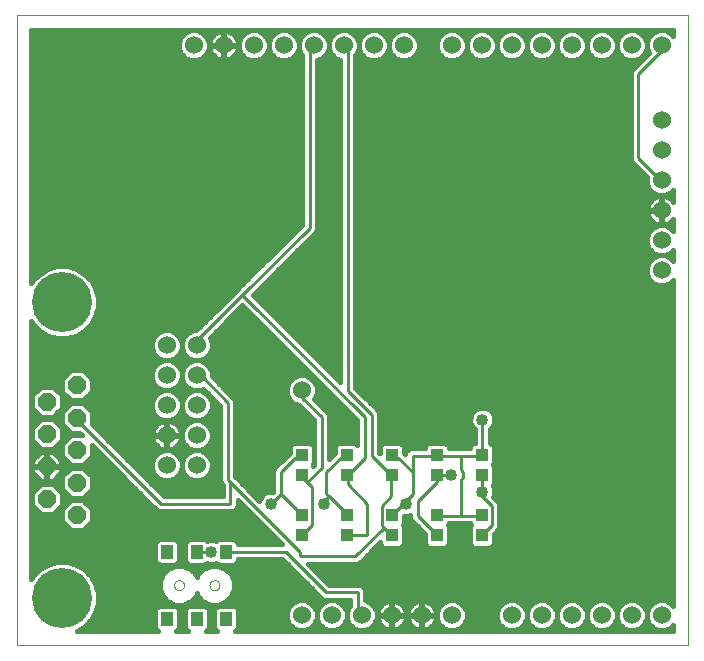
<source format=gtl>
G75*
G70*
%OFA0B0*%
%FSLAX24Y24*%
%IPPOS*%
%LPD*%
%AMOC8*
5,1,8,0,0,1.08239X$1,22.5*
%
%ADD10C,0.0000*%
%ADD11OC8,0.0600*%
%ADD12C,0.2000*%
%ADD13C,0.0600*%
%ADD14R,0.0394X0.0433*%
%ADD15R,0.0394X0.0453*%
%ADD16C,0.0100*%
%ADD17C,0.0400*%
%ADD18C,0.0160*%
D10*
X005705Y000554D02*
X005705Y021550D01*
X028075Y021550D01*
X028075Y000554D01*
X005705Y000554D01*
X010947Y002554D02*
X010949Y002579D01*
X010955Y002604D01*
X010964Y002628D01*
X010977Y002650D01*
X010994Y002670D01*
X011013Y002687D01*
X011034Y002701D01*
X011058Y002711D01*
X011082Y002718D01*
X011108Y002721D01*
X011133Y002720D01*
X011158Y002715D01*
X011182Y002706D01*
X011205Y002694D01*
X011225Y002679D01*
X011243Y002660D01*
X011258Y002639D01*
X011269Y002616D01*
X011277Y002592D01*
X011281Y002567D01*
X011281Y002541D01*
X011277Y002516D01*
X011269Y002492D01*
X011258Y002469D01*
X011243Y002448D01*
X011225Y002429D01*
X011205Y002414D01*
X011182Y002402D01*
X011158Y002393D01*
X011133Y002388D01*
X011108Y002387D01*
X011082Y002390D01*
X011058Y002397D01*
X011034Y002407D01*
X011013Y002421D01*
X010994Y002438D01*
X010977Y002458D01*
X010964Y002480D01*
X010955Y002504D01*
X010949Y002529D01*
X010947Y002554D01*
X012128Y002554D02*
X012130Y002579D01*
X012136Y002604D01*
X012145Y002628D01*
X012158Y002650D01*
X012175Y002670D01*
X012194Y002687D01*
X012215Y002701D01*
X012239Y002711D01*
X012263Y002718D01*
X012289Y002721D01*
X012314Y002720D01*
X012339Y002715D01*
X012363Y002706D01*
X012386Y002694D01*
X012406Y002679D01*
X012424Y002660D01*
X012439Y002639D01*
X012450Y002616D01*
X012458Y002592D01*
X012462Y002567D01*
X012462Y002541D01*
X012458Y002516D01*
X012450Y002492D01*
X012439Y002469D01*
X012424Y002448D01*
X012406Y002429D01*
X012386Y002414D01*
X012363Y002402D01*
X012339Y002393D01*
X012314Y002388D01*
X012289Y002387D01*
X012263Y002390D01*
X012239Y002397D01*
X012215Y002407D01*
X012194Y002421D01*
X012175Y002438D01*
X012158Y002458D01*
X012145Y002480D01*
X012136Y002504D01*
X012130Y002529D01*
X012128Y002554D01*
D11*
X007705Y004894D03*
X006705Y005434D03*
X007705Y005974D03*
X006705Y006514D03*
X007705Y007054D03*
X006705Y007594D03*
X007705Y008134D03*
X006705Y008674D03*
X007705Y009214D03*
D12*
X007205Y011984D03*
X007205Y002124D03*
D13*
X010705Y006554D03*
X011705Y006554D03*
X011705Y007554D03*
X010705Y007554D03*
X010705Y008554D03*
X011705Y008554D03*
X011705Y009554D03*
X010705Y009554D03*
X010705Y010554D03*
X011705Y010554D03*
X015205Y009054D03*
X015205Y001554D03*
X016205Y001554D03*
X017205Y001554D03*
X018205Y001554D03*
X019205Y001554D03*
X020205Y001554D03*
X022205Y001554D03*
X023205Y001554D03*
X024205Y001554D03*
X025205Y001554D03*
X026205Y001554D03*
X027205Y001554D03*
X027205Y013054D03*
X027205Y014054D03*
X027205Y015054D03*
X027205Y016054D03*
X027205Y017054D03*
X027205Y018054D03*
X027205Y020554D03*
X026205Y020554D03*
X025205Y020554D03*
X024205Y020554D03*
X023205Y020554D03*
X022205Y020554D03*
X021205Y020554D03*
X020205Y020554D03*
X018605Y020554D03*
X017605Y020554D03*
X016605Y020554D03*
X015605Y020554D03*
X014605Y020554D03*
X013605Y020554D03*
X012605Y020554D03*
X011605Y020554D03*
D14*
X015205Y006889D03*
X015205Y006220D03*
X015205Y004889D03*
X015205Y004220D03*
X016705Y004220D03*
X016705Y004889D03*
X018205Y004889D03*
X018205Y004220D03*
X019705Y004220D03*
X019705Y004889D03*
X021205Y004889D03*
X021205Y004220D03*
X021205Y006220D03*
X021205Y006889D03*
X019705Y006889D03*
X019705Y006220D03*
X018205Y006220D03*
X018205Y006889D03*
X016705Y006889D03*
X016705Y006220D03*
D15*
X012689Y003667D03*
X011705Y003667D03*
X010720Y003667D03*
X010720Y001442D03*
X011705Y001442D03*
X012689Y001442D03*
D16*
X015145Y003514D02*
X015145Y003674D01*
X012825Y005994D01*
X012825Y005274D01*
X010505Y005274D01*
X007705Y008074D01*
X007705Y008134D01*
X011705Y009514D02*
X011705Y009554D01*
X011705Y009514D02*
X011865Y009514D01*
X012745Y008634D01*
X012745Y006074D01*
X012825Y005994D01*
X014185Y005274D02*
X014505Y005594D01*
X014505Y006314D01*
X014985Y006794D01*
X015145Y006794D01*
X015145Y006874D01*
X015205Y006889D01*
X015205Y006220D02*
X015225Y006154D01*
X015385Y005994D01*
X015865Y006474D01*
X015865Y008154D01*
X015225Y008794D01*
X015225Y009034D01*
X015205Y009054D01*
X016745Y009034D02*
X017545Y008234D01*
X017545Y006874D01*
X018185Y006234D01*
X018205Y006220D01*
X018185Y006154D01*
X018185Y005514D01*
X017865Y005194D01*
X017865Y004554D01*
X017945Y004474D01*
X016985Y003514D01*
X015145Y003514D01*
X014665Y003674D02*
X016025Y002314D01*
X017065Y002314D01*
X017065Y001674D01*
X017145Y001594D01*
X017205Y001554D01*
X014665Y003674D02*
X012745Y003674D01*
X012689Y003667D01*
X012185Y003674D02*
X011705Y003674D01*
X011705Y003667D01*
X014505Y005594D02*
X015145Y004954D01*
X015205Y004889D01*
X015545Y004554D02*
X015545Y005834D01*
X015385Y005994D01*
X016025Y006314D02*
X016025Y005594D01*
X016105Y005514D01*
X015945Y005354D01*
X015945Y005274D01*
X016105Y005514D02*
X016665Y004954D01*
X016705Y004889D01*
X017385Y005274D02*
X016745Y005914D01*
X016745Y006154D01*
X016705Y006220D01*
X016745Y006234D01*
X017305Y006794D01*
X017305Y008154D01*
X013225Y012234D01*
X015465Y014474D01*
X015465Y020474D01*
X015545Y020554D01*
X015605Y020554D01*
X016605Y020554D02*
X016665Y020554D01*
X016745Y020474D01*
X016745Y009034D01*
X016665Y006954D02*
X016705Y006889D01*
X016665Y006954D02*
X016025Y006314D01*
X017385Y005274D02*
X017385Y004234D01*
X016745Y004234D01*
X016705Y004220D01*
X015545Y004554D02*
X015225Y004234D01*
X015205Y004220D01*
X017945Y004474D02*
X018185Y004234D01*
X018205Y004220D01*
X018205Y004889D02*
X018265Y004954D01*
X018585Y005274D01*
X018665Y005274D01*
X018585Y005274D02*
X018905Y005594D01*
X018905Y006314D01*
X018905Y006874D01*
X019705Y006874D01*
X019705Y006889D01*
X019705Y006874D02*
X020505Y006874D01*
X020505Y006394D01*
X020585Y006314D01*
X020585Y006154D01*
X020505Y006074D01*
X020505Y004874D01*
X019705Y004874D01*
X019705Y004889D01*
X019065Y004874D02*
X019065Y005354D01*
X019705Y005994D01*
X019705Y006220D01*
X019705Y006234D01*
X020185Y006234D01*
X020505Y006874D02*
X021145Y006874D01*
X021205Y006889D01*
X021225Y006954D01*
X021225Y008074D01*
X021205Y006220D02*
X021225Y006154D01*
X021225Y005674D01*
X021225Y005514D01*
X021545Y005194D01*
X021545Y004554D01*
X021225Y004234D01*
X021205Y004220D01*
X021145Y004874D02*
X020505Y004874D01*
X021145Y004874D02*
X021205Y004889D01*
X019705Y004234D02*
X019705Y004220D01*
X019705Y004234D02*
X019065Y004874D01*
X018905Y006314D02*
X018425Y006794D01*
X018265Y006794D01*
X018265Y006874D01*
X018205Y006889D01*
X013225Y012234D02*
X011705Y010714D01*
X011705Y010554D01*
X026425Y016794D02*
X026425Y019594D01*
X027145Y020314D01*
X027145Y020554D01*
X027205Y020554D01*
X026425Y016794D02*
X027145Y016074D01*
X027205Y016054D01*
D17*
X021225Y008074D03*
X020185Y006234D03*
X021225Y005674D03*
X018665Y005274D03*
X015945Y005274D03*
X014185Y005274D03*
X012185Y003674D03*
D18*
X012342Y003307D02*
X012409Y003240D01*
X012969Y003240D01*
X013086Y003357D01*
X013086Y003424D01*
X014561Y003424D01*
X015813Y002173D01*
X015883Y002102D01*
X015975Y002064D01*
X016815Y002064D01*
X016815Y001871D01*
X016781Y001838D01*
X016705Y001654D01*
X016705Y001455D01*
X016781Y001271D01*
X016921Y001130D01*
X017105Y001054D01*
X017304Y001054D01*
X017488Y001130D01*
X017628Y001271D01*
X017705Y001455D01*
X017705Y001654D01*
X017628Y001838D01*
X017488Y001978D01*
X017315Y002050D01*
X017315Y002364D01*
X017276Y002456D01*
X017206Y002526D01*
X017114Y002564D01*
X017015Y002564D01*
X016128Y002564D01*
X015428Y003264D01*
X017034Y003264D01*
X017126Y003302D01*
X017196Y003373D01*
X017808Y003984D01*
X017808Y003920D01*
X017925Y003803D01*
X018484Y003803D01*
X018601Y003920D01*
X018601Y004519D01*
X018566Y004554D01*
X018601Y004590D01*
X018601Y004874D01*
X018744Y004874D01*
X018815Y004904D01*
X018815Y004825D01*
X018853Y004733D01*
X018923Y004662D01*
X019308Y004278D01*
X019308Y003920D01*
X019425Y003803D01*
X019984Y003803D01*
X020101Y003920D01*
X020101Y004519D01*
X020066Y004554D01*
X020101Y004590D01*
X020101Y004624D01*
X020554Y004624D01*
X020808Y004624D01*
X020808Y004590D01*
X020843Y004554D01*
X020808Y004519D01*
X020808Y003920D01*
X020925Y003803D01*
X021484Y003803D01*
X021601Y003920D01*
X021601Y004258D01*
X021686Y004342D01*
X021756Y004413D01*
X021795Y004505D01*
X021795Y005145D01*
X021795Y005244D01*
X021756Y005336D01*
X021587Y005505D01*
X021625Y005595D01*
X021625Y005754D01*
X021569Y005888D01*
X021601Y005920D01*
X021601Y006519D01*
X021566Y006554D01*
X021601Y006590D01*
X021601Y007188D01*
X021484Y007305D01*
X021475Y007305D01*
X021475Y007759D01*
X021564Y007848D01*
X021625Y007995D01*
X021625Y008154D01*
X021564Y008301D01*
X021451Y008413D01*
X021304Y008474D01*
X021145Y008474D01*
X020998Y008413D01*
X020885Y008301D01*
X020825Y008154D01*
X020825Y007995D01*
X020885Y007848D01*
X020975Y007759D01*
X020975Y007305D01*
X020925Y007305D01*
X020808Y007188D01*
X020808Y007124D01*
X020554Y007124D01*
X020455Y007124D01*
X020101Y007124D01*
X020101Y007188D01*
X019984Y007305D01*
X019425Y007305D01*
X019308Y007188D01*
X019308Y007124D01*
X018954Y007124D01*
X018855Y007124D01*
X018763Y007086D01*
X018693Y007016D01*
X018655Y006924D01*
X018655Y006918D01*
X018636Y006936D01*
X018601Y006971D01*
X018601Y007188D01*
X018484Y007305D01*
X017925Y007305D01*
X017808Y007188D01*
X017808Y006965D01*
X017795Y006978D01*
X017795Y008284D01*
X017756Y008376D01*
X017686Y008446D01*
X016995Y009138D01*
X016995Y020237D01*
X017028Y020271D01*
X017105Y020455D01*
X017181Y020271D01*
X017321Y020130D01*
X017505Y020054D01*
X017704Y020054D01*
X017888Y020130D01*
X018028Y020271D01*
X018105Y020455D01*
X018181Y020271D01*
X018321Y020130D01*
X018505Y020054D01*
X018704Y020054D01*
X018888Y020130D01*
X019028Y020271D01*
X019105Y020455D01*
X019105Y020654D01*
X019028Y020838D01*
X018888Y020978D01*
X018704Y021054D01*
X018505Y021054D01*
X018321Y020978D01*
X018181Y020838D01*
X018105Y020654D01*
X018105Y020455D01*
X018105Y020654D01*
X018028Y020838D01*
X017888Y020978D01*
X017704Y021054D01*
X017505Y021054D01*
X017321Y020978D01*
X017181Y020838D01*
X017105Y020654D01*
X017105Y020455D01*
X017105Y020654D01*
X017028Y020838D01*
X016888Y020978D01*
X016704Y021054D01*
X016505Y021054D01*
X016321Y020978D01*
X016181Y020838D01*
X016105Y020654D01*
X016105Y020455D01*
X016181Y020271D01*
X016321Y020130D01*
X016495Y020059D01*
X016495Y009318D01*
X013578Y012234D01*
X015676Y014333D01*
X015715Y014425D01*
X015715Y014524D01*
X015715Y020059D01*
X015888Y020130D01*
X016028Y020271D01*
X016105Y020455D01*
X016105Y020654D01*
X016028Y020838D01*
X015888Y020978D01*
X015704Y021054D01*
X015505Y021054D01*
X015321Y020978D01*
X015181Y020838D01*
X015105Y020654D01*
X015105Y020455D01*
X015181Y020271D01*
X015215Y020237D01*
X015215Y014578D01*
X013083Y012446D01*
X013013Y012376D01*
X011691Y011054D01*
X011605Y011054D01*
X011421Y010978D01*
X011281Y010838D01*
X011205Y010654D01*
X011205Y010455D01*
X011281Y010271D01*
X011421Y010130D01*
X011605Y010054D01*
X011421Y009978D01*
X011281Y009838D01*
X011205Y009654D01*
X011205Y009455D01*
X011281Y009271D01*
X011421Y009130D01*
X011605Y009054D01*
X011421Y008978D01*
X011281Y008838D01*
X011205Y008654D01*
X011205Y008455D01*
X011281Y008271D01*
X011421Y008130D01*
X011605Y008054D01*
X011421Y007978D01*
X011281Y007838D01*
X011205Y007654D01*
X011205Y007455D01*
X011281Y007271D01*
X011421Y007130D01*
X011605Y007054D01*
X011421Y006978D01*
X011281Y006838D01*
X011205Y006654D01*
X011205Y006455D01*
X011281Y006271D01*
X011421Y006130D01*
X011605Y006054D01*
X011804Y006054D01*
X011988Y006130D01*
X012128Y006271D01*
X012205Y006455D01*
X012205Y006654D01*
X012128Y006838D01*
X011988Y006978D01*
X011804Y007054D01*
X011605Y007054D01*
X011804Y007054D01*
X011988Y007130D01*
X012128Y007271D01*
X012205Y007455D01*
X012205Y007654D01*
X012128Y007838D01*
X011988Y007978D01*
X011804Y008054D01*
X011605Y008054D01*
X011804Y008054D01*
X011988Y008130D01*
X012128Y008271D01*
X012205Y008455D01*
X012205Y008654D01*
X012128Y008838D01*
X011988Y008978D01*
X011804Y009054D01*
X011605Y009054D01*
X011804Y009054D01*
X011922Y009103D01*
X012495Y008531D01*
X012495Y006025D01*
X012533Y005933D01*
X012575Y005891D01*
X012575Y005524D01*
X010608Y005524D01*
X008205Y007928D01*
X008205Y008341D01*
X007912Y008634D01*
X007497Y008634D01*
X007205Y008341D01*
X007205Y007927D01*
X007497Y007634D01*
X007791Y007634D01*
X007871Y007554D01*
X007497Y007554D01*
X007205Y007261D01*
X007205Y006847D01*
X007497Y006554D01*
X007912Y006554D01*
X008205Y006847D01*
X008205Y007221D01*
X010293Y005133D01*
X010363Y005062D01*
X010455Y005024D01*
X012775Y005024D01*
X012874Y005024D01*
X012966Y005062D01*
X013036Y005133D01*
X013075Y005225D01*
X013075Y005391D01*
X014541Y003924D01*
X013086Y003924D01*
X013086Y003976D01*
X012969Y004093D01*
X012409Y004093D01*
X012354Y004037D01*
X012264Y004074D01*
X012105Y004074D01*
X012033Y004044D01*
X011984Y004093D01*
X011425Y004093D01*
X011308Y003976D01*
X011308Y003357D01*
X011425Y003240D01*
X011984Y003240D01*
X012044Y003300D01*
X012105Y003274D01*
X012264Y003274D01*
X012342Y003307D01*
X012400Y003250D02*
X011994Y003250D01*
X011928Y003103D02*
X011746Y002921D01*
X011705Y002820D01*
X011663Y002921D01*
X011481Y003103D01*
X011243Y003202D01*
X010985Y003202D01*
X010747Y003103D01*
X010565Y002921D01*
X010467Y002683D01*
X010467Y002426D01*
X010565Y002188D01*
X010747Y002006D01*
X010985Y001907D01*
X011243Y001907D01*
X011481Y002006D01*
X011663Y002188D01*
X011705Y002289D01*
X011746Y002188D01*
X011928Y002006D01*
X012166Y001907D01*
X012424Y001907D01*
X012662Y002006D01*
X012844Y002188D01*
X012942Y002426D01*
X012942Y002683D01*
X012844Y002921D01*
X012662Y003103D01*
X012424Y003202D01*
X012166Y003202D01*
X011928Y003103D01*
X011916Y003091D02*
X011493Y003091D01*
X011415Y003250D02*
X011009Y003250D01*
X011000Y003240D02*
X011117Y003357D01*
X011117Y003976D01*
X011000Y004093D01*
X010441Y004093D01*
X010323Y003976D01*
X010323Y003357D01*
X010441Y003240D01*
X011000Y003240D01*
X011117Y003408D02*
X011308Y003408D01*
X011308Y003567D02*
X011117Y003567D01*
X011117Y003725D02*
X011308Y003725D01*
X011308Y003884D02*
X011117Y003884D01*
X011051Y004042D02*
X011374Y004042D01*
X012341Y004042D02*
X012359Y004042D01*
X013019Y004042D02*
X014423Y004042D01*
X014265Y004201D02*
X006185Y004201D01*
X006185Y004359D02*
X014106Y004359D01*
X013947Y004518D02*
X008035Y004518D01*
X007912Y004394D02*
X007497Y004394D01*
X007205Y004687D01*
X007205Y005101D01*
X007497Y005394D01*
X007912Y005394D01*
X008205Y005101D01*
X008205Y004687D01*
X007912Y004394D01*
X008194Y004676D02*
X013789Y004676D01*
X013630Y004835D02*
X008205Y004835D01*
X008205Y004994D02*
X013472Y004994D01*
X013313Y005152D02*
X013044Y005152D01*
X013075Y005311D02*
X013155Y005311D01*
X013545Y005628D02*
X013993Y005628D01*
X013958Y005613D02*
X013845Y005501D01*
X013794Y005378D01*
X013036Y006136D01*
X012995Y006178D01*
X012995Y008585D01*
X012995Y008684D01*
X012956Y008776D01*
X012205Y009528D01*
X012205Y009654D01*
X012128Y009838D01*
X011988Y009978D01*
X011804Y010054D01*
X011605Y010054D01*
X011804Y010054D01*
X011988Y010130D01*
X012128Y010271D01*
X012205Y010455D01*
X012205Y010654D01*
X012144Y010800D01*
X013225Y011881D01*
X017055Y008051D01*
X017055Y007235D01*
X016984Y007305D01*
X016425Y007305D01*
X016308Y007188D01*
X016308Y006951D01*
X016115Y006758D01*
X016115Y008105D01*
X016115Y008204D01*
X016076Y008296D01*
X015615Y008758D01*
X015628Y008771D01*
X015705Y008955D01*
X015705Y009154D01*
X015628Y009338D01*
X015488Y009478D01*
X015304Y009554D01*
X015105Y009554D01*
X014921Y009478D01*
X014781Y009338D01*
X014705Y009154D01*
X014705Y008955D01*
X014781Y008771D01*
X014921Y008630D01*
X015105Y008554D01*
X015111Y008554D01*
X015615Y008051D01*
X015615Y006578D01*
X015579Y006542D01*
X015566Y006554D01*
X015601Y006590D01*
X015601Y007188D01*
X015484Y007305D01*
X014925Y007305D01*
X014808Y007188D01*
X014808Y006971D01*
X014773Y006936D01*
X014293Y006456D01*
X014255Y006364D01*
X014255Y006265D01*
X014255Y005698D01*
X014231Y005674D01*
X014105Y005674D01*
X013958Y005613D01*
X013832Y005469D02*
X013703Y005469D01*
X013386Y005786D02*
X014255Y005786D01*
X014255Y005945D02*
X013228Y005945D01*
X013069Y006103D02*
X014255Y006103D01*
X014255Y006262D02*
X012995Y006262D01*
X013036Y006136D02*
X013036Y006136D01*
X012995Y006420D02*
X014278Y006420D01*
X014416Y006579D02*
X012995Y006579D01*
X012995Y006738D02*
X014574Y006738D01*
X014733Y006896D02*
X012995Y006896D01*
X012995Y007055D02*
X014808Y007055D01*
X014833Y007213D02*
X012995Y007213D01*
X012995Y007372D02*
X015615Y007372D01*
X015615Y007530D02*
X012995Y007530D01*
X012995Y007689D02*
X015615Y007689D01*
X015615Y007847D02*
X012995Y007847D01*
X012995Y008006D02*
X015615Y008006D01*
X015501Y008164D02*
X012995Y008164D01*
X012995Y008323D02*
X015342Y008323D01*
X015184Y008481D02*
X012995Y008481D01*
X012995Y008640D02*
X014912Y008640D01*
X014769Y008799D02*
X012934Y008799D01*
X012775Y008957D02*
X014705Y008957D01*
X014705Y009116D02*
X012617Y009116D01*
X012458Y009274D02*
X014754Y009274D01*
X014876Y009433D02*
X012300Y009433D01*
X012205Y009591D02*
X015514Y009591D01*
X015533Y009433D02*
X015673Y009433D01*
X015655Y009274D02*
X015831Y009274D01*
X015705Y009116D02*
X015990Y009116D01*
X016148Y008957D02*
X015705Y008957D01*
X015640Y008799D02*
X016307Y008799D01*
X016465Y008640D02*
X015732Y008640D01*
X015891Y008481D02*
X016624Y008481D01*
X016782Y008323D02*
X016049Y008323D01*
X016115Y008164D02*
X016941Y008164D01*
X017055Y008006D02*
X016115Y008006D01*
X016115Y007847D02*
X017055Y007847D01*
X017055Y007689D02*
X016115Y007689D01*
X016115Y007530D02*
X017055Y007530D01*
X017055Y007372D02*
X016115Y007372D01*
X016115Y007213D02*
X016333Y007213D01*
X016308Y007055D02*
X016115Y007055D01*
X016115Y006896D02*
X016253Y006896D01*
X015615Y006896D02*
X015601Y006896D01*
X015601Y006738D02*
X015615Y006738D01*
X015615Y006579D02*
X015591Y006579D01*
X015601Y007055D02*
X015615Y007055D01*
X015615Y007213D02*
X015577Y007213D01*
X017795Y007213D02*
X017833Y007213D01*
X017808Y007055D02*
X017795Y007055D01*
X017795Y007372D02*
X020975Y007372D01*
X020975Y007530D02*
X017795Y007530D01*
X017795Y007689D02*
X020975Y007689D01*
X020886Y007847D02*
X017795Y007847D01*
X017795Y008006D02*
X020825Y008006D01*
X020829Y008164D02*
X017795Y008164D01*
X017778Y008323D02*
X020908Y008323D01*
X021542Y008323D02*
X027595Y008323D01*
X027595Y008481D02*
X017651Y008481D01*
X017492Y008640D02*
X027595Y008640D01*
X027595Y008799D02*
X017334Y008799D01*
X017175Y008957D02*
X027595Y008957D01*
X027595Y009116D02*
X017017Y009116D01*
X016995Y009274D02*
X027595Y009274D01*
X027595Y009433D02*
X016995Y009433D01*
X016995Y009591D02*
X027595Y009591D01*
X027595Y009750D02*
X016995Y009750D01*
X016995Y009908D02*
X027595Y009908D01*
X027595Y010067D02*
X016995Y010067D01*
X016995Y010225D02*
X027595Y010225D01*
X027595Y010384D02*
X016995Y010384D01*
X016995Y010543D02*
X027595Y010543D01*
X027595Y010701D02*
X016995Y010701D01*
X016995Y010860D02*
X027595Y010860D01*
X027595Y011018D02*
X016995Y011018D01*
X016995Y011177D02*
X027595Y011177D01*
X027595Y011335D02*
X016995Y011335D01*
X016995Y011494D02*
X027595Y011494D01*
X027595Y011652D02*
X016995Y011652D01*
X016995Y011811D02*
X027595Y011811D01*
X027595Y011969D02*
X016995Y011969D01*
X016995Y012128D02*
X027595Y012128D01*
X027595Y012287D02*
X016995Y012287D01*
X016995Y012445D02*
X027595Y012445D01*
X027595Y012604D02*
X027423Y012604D01*
X027488Y012630D02*
X027595Y012737D01*
X027595Y001871D01*
X027488Y001978D01*
X027304Y002054D01*
X027105Y002054D01*
X026921Y001978D01*
X026781Y001838D01*
X026705Y001654D01*
X026705Y001455D01*
X026781Y001271D01*
X026921Y001130D01*
X027105Y001054D01*
X027304Y001054D01*
X027488Y001130D01*
X027595Y001237D01*
X027595Y001034D01*
X012987Y001034D01*
X013086Y001133D01*
X013086Y001751D01*
X012969Y001868D01*
X012409Y001868D01*
X012292Y001751D01*
X012292Y001133D01*
X012391Y001034D01*
X012003Y001034D01*
X012101Y001133D01*
X012101Y001751D01*
X011984Y001868D01*
X011425Y001868D01*
X011308Y001751D01*
X011308Y001133D01*
X011406Y001034D01*
X011019Y001034D01*
X011117Y001133D01*
X011117Y001751D01*
X011000Y001868D01*
X010441Y001868D01*
X010323Y001751D01*
X010323Y001133D01*
X010422Y001034D01*
X007716Y001034D01*
X007941Y001164D01*
X008165Y001387D01*
X008323Y001661D01*
X008405Y001966D01*
X008405Y002282D01*
X008323Y002587D01*
X008165Y002861D01*
X007941Y003085D01*
X007668Y003243D01*
X007363Y003324D01*
X007047Y003324D01*
X006741Y003243D01*
X006468Y003085D01*
X006244Y002861D01*
X006185Y002757D01*
X006185Y011351D01*
X006244Y011247D01*
X006468Y011024D01*
X006741Y010866D01*
X007047Y010784D01*
X007363Y010784D01*
X007668Y010866D01*
X007941Y011024D01*
X008165Y011247D01*
X008323Y011521D01*
X008405Y011826D01*
X008405Y012142D01*
X008323Y012447D01*
X008165Y012721D01*
X007941Y012945D01*
X007668Y013103D01*
X007363Y013184D01*
X007047Y013184D01*
X006741Y013103D01*
X006468Y012945D01*
X006244Y012721D01*
X006185Y012617D01*
X006185Y021070D01*
X027595Y021070D01*
X027595Y020871D01*
X027488Y020978D01*
X027304Y021054D01*
X027105Y021054D01*
X026921Y020978D01*
X026781Y020838D01*
X026705Y020654D01*
X026705Y020455D01*
X026771Y020294D01*
X026213Y019736D01*
X026175Y019644D01*
X026175Y019545D01*
X026175Y016745D01*
X026213Y016653D01*
X026283Y016582D01*
X026707Y016159D01*
X026705Y016154D01*
X026705Y015955D01*
X026781Y015771D01*
X026921Y015630D01*
X027105Y015554D01*
X027304Y015554D01*
X027488Y015630D01*
X027595Y015737D01*
X027595Y015334D01*
X027571Y015367D01*
X027517Y015420D01*
X027456Y015465D01*
X027389Y015499D01*
X027317Y015522D01*
X027242Y015534D01*
X027225Y015534D01*
X027225Y015075D01*
X027184Y015075D01*
X027184Y015534D01*
X027167Y015534D01*
X027092Y015522D01*
X027020Y015499D01*
X026953Y015465D01*
X026892Y015420D01*
X026838Y015367D01*
X026794Y015306D01*
X026760Y015239D01*
X026736Y015167D01*
X026725Y015092D01*
X026725Y015074D01*
X027184Y015074D01*
X027184Y015034D01*
X026725Y015034D01*
X026725Y015017D01*
X026736Y014942D01*
X026760Y014870D01*
X026794Y014803D01*
X026838Y014742D01*
X026892Y014688D01*
X026953Y014644D01*
X027020Y014609D01*
X027092Y014586D01*
X027167Y014574D01*
X027184Y014574D01*
X027184Y015034D01*
X027225Y015034D01*
X027225Y014574D01*
X027242Y014574D01*
X027317Y014586D01*
X027389Y014609D01*
X027456Y014644D01*
X027517Y014688D01*
X027571Y014742D01*
X027595Y014775D01*
X027595Y014371D01*
X027488Y014478D01*
X027304Y014554D01*
X027105Y014554D01*
X026921Y014478D01*
X026781Y014338D01*
X026705Y014154D01*
X026705Y013955D01*
X026781Y013771D01*
X026921Y013630D01*
X027105Y013554D01*
X026921Y013478D01*
X026781Y013338D01*
X026705Y013154D01*
X026705Y012955D01*
X026781Y012771D01*
X026921Y012630D01*
X027105Y012554D01*
X027304Y012554D01*
X027488Y012630D01*
X026986Y012604D02*
X016995Y012604D01*
X016995Y012762D02*
X026790Y012762D01*
X026719Y012921D02*
X016995Y012921D01*
X016995Y013079D02*
X026705Y013079D01*
X026739Y013238D02*
X016995Y013238D01*
X016995Y013396D02*
X026839Y013396D01*
X027104Y013555D02*
X016995Y013555D01*
X016995Y013713D02*
X026838Y013713D01*
X026739Y013872D02*
X016995Y013872D01*
X016995Y014031D02*
X026705Y014031D01*
X026719Y014189D02*
X016995Y014189D01*
X016995Y014348D02*
X026791Y014348D01*
X026989Y014506D02*
X016995Y014506D01*
X016995Y014665D02*
X026924Y014665D01*
X026784Y014823D02*
X016995Y014823D01*
X016995Y014982D02*
X026730Y014982D01*
X026732Y015140D02*
X016995Y015140D01*
X016995Y015299D02*
X026790Y015299D01*
X026943Y015457D02*
X016995Y015457D01*
X016995Y015616D02*
X026956Y015616D01*
X026779Y015774D02*
X016995Y015774D01*
X016995Y015933D02*
X026714Y015933D01*
X026705Y016092D02*
X016995Y016092D01*
X016995Y016250D02*
X026615Y016250D01*
X026457Y016409D02*
X016995Y016409D01*
X016995Y016567D02*
X026298Y016567D01*
X026182Y016726D02*
X016995Y016726D01*
X016995Y016884D02*
X026175Y016884D01*
X026175Y017043D02*
X016995Y017043D01*
X016995Y017201D02*
X026175Y017201D01*
X026175Y017360D02*
X016995Y017360D01*
X016995Y017518D02*
X026175Y017518D01*
X026175Y017677D02*
X016995Y017677D01*
X016995Y017836D02*
X026175Y017836D01*
X026175Y017994D02*
X016995Y017994D01*
X016995Y018153D02*
X026175Y018153D01*
X026175Y018311D02*
X016995Y018311D01*
X016995Y018470D02*
X026175Y018470D01*
X026175Y018628D02*
X016995Y018628D01*
X016995Y018787D02*
X026175Y018787D01*
X026175Y018945D02*
X016995Y018945D01*
X016995Y019104D02*
X026175Y019104D01*
X026175Y019262D02*
X016995Y019262D01*
X016995Y019421D02*
X026175Y019421D01*
X026175Y019580D02*
X016995Y019580D01*
X016995Y019738D02*
X026215Y019738D01*
X026373Y019897D02*
X016995Y019897D01*
X016995Y020055D02*
X017503Y020055D01*
X017706Y020055D02*
X018503Y020055D01*
X018706Y020055D02*
X020103Y020055D01*
X020105Y020054D02*
X020304Y020054D01*
X020488Y020130D01*
X020628Y020271D01*
X020705Y020455D01*
X020781Y020271D01*
X020921Y020130D01*
X021105Y020054D01*
X021304Y020054D01*
X021488Y020130D01*
X021628Y020271D01*
X021705Y020455D01*
X021781Y020271D01*
X021921Y020130D01*
X022105Y020054D01*
X022304Y020054D01*
X022488Y020130D01*
X022628Y020271D01*
X022705Y020455D01*
X022781Y020271D01*
X022921Y020130D01*
X023105Y020054D01*
X023304Y020054D01*
X023488Y020130D01*
X023628Y020271D01*
X023705Y020455D01*
X023781Y020271D01*
X023921Y020130D01*
X024105Y020054D01*
X024304Y020054D01*
X024488Y020130D01*
X024628Y020271D01*
X024705Y020455D01*
X024781Y020271D01*
X024921Y020130D01*
X025105Y020054D01*
X025304Y020054D01*
X025488Y020130D01*
X025628Y020271D01*
X025705Y020455D01*
X025781Y020271D01*
X025921Y020130D01*
X026105Y020054D01*
X026304Y020054D01*
X026488Y020130D01*
X026628Y020271D01*
X026705Y020455D01*
X026705Y020654D01*
X026628Y020838D01*
X026488Y020978D01*
X026304Y021054D01*
X026105Y021054D01*
X025921Y020978D01*
X025781Y020838D01*
X025705Y020654D01*
X025705Y020455D01*
X025705Y020654D01*
X025628Y020838D01*
X025488Y020978D01*
X025304Y021054D01*
X025105Y021054D01*
X024921Y020978D01*
X024781Y020838D01*
X024705Y020654D01*
X024705Y020455D01*
X024705Y020654D01*
X024628Y020838D01*
X024488Y020978D01*
X024304Y021054D01*
X024105Y021054D01*
X023921Y020978D01*
X023781Y020838D01*
X023705Y020654D01*
X023705Y020455D01*
X023705Y020654D01*
X023628Y020838D01*
X023488Y020978D01*
X023304Y021054D01*
X023105Y021054D01*
X022921Y020978D01*
X022781Y020838D01*
X022705Y020654D01*
X022705Y020455D01*
X022705Y020654D01*
X022628Y020838D01*
X022488Y020978D01*
X022304Y021054D01*
X022105Y021054D01*
X021921Y020978D01*
X021781Y020838D01*
X021705Y020654D01*
X021705Y020455D01*
X021705Y020654D01*
X021628Y020838D01*
X021488Y020978D01*
X021304Y021054D01*
X021105Y021054D01*
X020921Y020978D01*
X020781Y020838D01*
X020705Y020654D01*
X020705Y020455D01*
X020705Y020654D01*
X020628Y020838D01*
X020488Y020978D01*
X020304Y021054D01*
X020105Y021054D01*
X019921Y020978D01*
X019781Y020838D01*
X019705Y020654D01*
X019705Y020455D01*
X019781Y020271D01*
X019921Y020130D01*
X020105Y020054D01*
X020306Y020055D02*
X021103Y020055D01*
X021306Y020055D02*
X022103Y020055D01*
X022306Y020055D02*
X023103Y020055D01*
X023306Y020055D02*
X024103Y020055D01*
X024306Y020055D02*
X025103Y020055D01*
X025306Y020055D02*
X026103Y020055D01*
X026306Y020055D02*
X026532Y020055D01*
X026571Y020214D02*
X026690Y020214D01*
X026670Y020372D02*
X026739Y020372D01*
X026705Y020531D02*
X026705Y020531D01*
X026690Y020689D02*
X026719Y020689D01*
X026791Y020848D02*
X026618Y020848D01*
X026420Y021006D02*
X026990Y021006D01*
X027420Y021006D02*
X027595Y021006D01*
X025990Y021006D02*
X025420Y021006D01*
X025618Y020848D02*
X025791Y020848D01*
X025719Y020689D02*
X025690Y020689D01*
X025705Y020531D02*
X025705Y020531D01*
X025670Y020372D02*
X025739Y020372D01*
X025838Y020214D02*
X025571Y020214D01*
X024838Y020214D02*
X024571Y020214D01*
X024670Y020372D02*
X024739Y020372D01*
X024705Y020531D02*
X024705Y020531D01*
X024690Y020689D02*
X024719Y020689D01*
X024791Y020848D02*
X024618Y020848D01*
X024420Y021006D02*
X024990Y021006D01*
X023990Y021006D02*
X023420Y021006D01*
X023618Y020848D02*
X023791Y020848D01*
X023719Y020689D02*
X023690Y020689D01*
X023705Y020531D02*
X023705Y020531D01*
X023670Y020372D02*
X023739Y020372D01*
X023838Y020214D02*
X023571Y020214D01*
X022838Y020214D02*
X022571Y020214D01*
X022670Y020372D02*
X022739Y020372D01*
X022705Y020531D02*
X022705Y020531D01*
X022690Y020689D02*
X022719Y020689D01*
X022791Y020848D02*
X022618Y020848D01*
X022420Y021006D02*
X022990Y021006D01*
X021990Y021006D02*
X021420Y021006D01*
X021618Y020848D02*
X021791Y020848D01*
X021719Y020689D02*
X021690Y020689D01*
X021705Y020531D02*
X021705Y020531D01*
X021670Y020372D02*
X021739Y020372D01*
X021838Y020214D02*
X021571Y020214D01*
X020838Y020214D02*
X020571Y020214D01*
X020670Y020372D02*
X020739Y020372D01*
X020705Y020531D02*
X020705Y020531D01*
X020690Y020689D02*
X020719Y020689D01*
X020791Y020848D02*
X020618Y020848D01*
X020420Y021006D02*
X020990Y021006D01*
X019990Y021006D02*
X018820Y021006D01*
X019018Y020848D02*
X019791Y020848D01*
X019719Y020689D02*
X019090Y020689D01*
X019105Y020531D02*
X019705Y020531D01*
X019739Y020372D02*
X019070Y020372D01*
X018971Y020214D02*
X019838Y020214D01*
X018238Y020214D02*
X017971Y020214D01*
X018070Y020372D02*
X018139Y020372D01*
X018105Y020531D02*
X018105Y020531D01*
X018090Y020689D02*
X018119Y020689D01*
X018191Y020848D02*
X018018Y020848D01*
X017820Y021006D02*
X018390Y021006D01*
X017390Y021006D02*
X016820Y021006D01*
X017018Y020848D02*
X017191Y020848D01*
X017119Y020689D02*
X017090Y020689D01*
X017105Y020531D02*
X017105Y020531D01*
X017070Y020372D02*
X017139Y020372D01*
X017238Y020214D02*
X016995Y020214D01*
X016495Y020055D02*
X015715Y020055D01*
X015715Y019897D02*
X016495Y019897D01*
X016495Y019738D02*
X015715Y019738D01*
X015715Y019580D02*
X016495Y019580D01*
X016495Y019421D02*
X015715Y019421D01*
X015715Y019262D02*
X016495Y019262D01*
X016495Y019104D02*
X015715Y019104D01*
X015715Y018945D02*
X016495Y018945D01*
X016495Y018787D02*
X015715Y018787D01*
X015715Y018628D02*
X016495Y018628D01*
X016495Y018470D02*
X015715Y018470D01*
X015715Y018311D02*
X016495Y018311D01*
X016495Y018153D02*
X015715Y018153D01*
X015715Y017994D02*
X016495Y017994D01*
X016495Y017836D02*
X015715Y017836D01*
X015715Y017677D02*
X016495Y017677D01*
X016495Y017518D02*
X015715Y017518D01*
X015715Y017360D02*
X016495Y017360D01*
X016495Y017201D02*
X015715Y017201D01*
X015715Y017043D02*
X016495Y017043D01*
X016495Y016884D02*
X015715Y016884D01*
X015715Y016726D02*
X016495Y016726D01*
X016495Y016567D02*
X015715Y016567D01*
X015715Y016409D02*
X016495Y016409D01*
X016495Y016250D02*
X015715Y016250D01*
X015715Y016092D02*
X016495Y016092D01*
X016495Y015933D02*
X015715Y015933D01*
X015715Y015774D02*
X016495Y015774D01*
X016495Y015616D02*
X015715Y015616D01*
X015715Y015457D02*
X016495Y015457D01*
X016495Y015299D02*
X015715Y015299D01*
X015715Y015140D02*
X016495Y015140D01*
X016495Y014982D02*
X015715Y014982D01*
X015715Y014823D02*
X016495Y014823D01*
X016495Y014665D02*
X015715Y014665D01*
X015715Y014506D02*
X016495Y014506D01*
X016495Y014348D02*
X015683Y014348D01*
X015533Y014189D02*
X016495Y014189D01*
X016495Y014031D02*
X015374Y014031D01*
X015216Y013872D02*
X016495Y013872D01*
X016495Y013713D02*
X015057Y013713D01*
X014899Y013555D02*
X016495Y013555D01*
X016495Y013396D02*
X014740Y013396D01*
X014581Y013238D02*
X016495Y013238D01*
X016495Y013079D02*
X014423Y013079D01*
X014264Y012921D02*
X016495Y012921D01*
X016495Y012762D02*
X014106Y012762D01*
X013947Y012604D02*
X016495Y012604D01*
X016495Y012445D02*
X013789Y012445D01*
X013630Y012287D02*
X016495Y012287D01*
X016495Y012128D02*
X013684Y012128D01*
X013843Y011969D02*
X016495Y011969D01*
X016495Y011811D02*
X014001Y011811D01*
X014160Y011652D02*
X016495Y011652D01*
X016495Y011494D02*
X014319Y011494D01*
X014477Y011335D02*
X016495Y011335D01*
X016495Y011177D02*
X014636Y011177D01*
X014794Y011018D02*
X016495Y011018D01*
X016495Y010860D02*
X014953Y010860D01*
X015111Y010701D02*
X016495Y010701D01*
X016495Y010543D02*
X015270Y010543D01*
X015428Y010384D02*
X016495Y010384D01*
X016495Y010225D02*
X015587Y010225D01*
X015745Y010067D02*
X016495Y010067D01*
X016495Y009908D02*
X015904Y009908D01*
X016063Y009750D02*
X016495Y009750D01*
X016495Y009591D02*
X016221Y009591D01*
X016380Y009433D02*
X016495Y009433D01*
X015356Y009750D02*
X012165Y009750D01*
X012058Y009908D02*
X015197Y009908D01*
X015038Y010067D02*
X011834Y010067D01*
X011575Y010067D02*
X010834Y010067D01*
X010804Y010054D02*
X010605Y010054D01*
X010421Y009978D01*
X010281Y009838D01*
X010205Y009654D01*
X010205Y009455D01*
X010281Y009271D01*
X010421Y009130D01*
X010605Y009054D01*
X010421Y008978D01*
X010281Y008838D01*
X010205Y008654D01*
X010205Y008455D01*
X010281Y008271D01*
X010421Y008130D01*
X010605Y008054D01*
X010804Y008054D01*
X010988Y008130D01*
X011128Y008271D01*
X011205Y008455D01*
X011205Y008654D01*
X011128Y008838D01*
X010988Y008978D01*
X010804Y009054D01*
X010605Y009054D01*
X010804Y009054D01*
X010988Y009130D01*
X011128Y009271D01*
X011205Y009455D01*
X011205Y009654D01*
X011128Y009838D01*
X010988Y009978D01*
X010804Y010054D01*
X010988Y010130D01*
X011128Y010271D01*
X011205Y010455D01*
X011205Y010654D01*
X011128Y010838D01*
X010988Y010978D01*
X010804Y011054D01*
X010605Y011054D01*
X010421Y010978D01*
X010281Y010838D01*
X010205Y010654D01*
X010205Y010455D01*
X010281Y010271D01*
X010421Y010130D01*
X010605Y010054D01*
X010804Y010054D01*
X010575Y010067D02*
X006185Y010067D01*
X006185Y010225D02*
X010326Y010225D01*
X010234Y010384D02*
X006185Y010384D01*
X006185Y010543D02*
X010205Y010543D01*
X010224Y010701D02*
X006185Y010701D01*
X006185Y010860D02*
X006765Y010860D01*
X006478Y011018D02*
X006185Y011018D01*
X006185Y011177D02*
X006315Y011177D01*
X006194Y011335D02*
X006185Y011335D01*
X007644Y010860D02*
X010303Y010860D01*
X010518Y011018D02*
X007931Y011018D01*
X008094Y011177D02*
X011813Y011177D01*
X011972Y011335D02*
X008215Y011335D01*
X008307Y011494D02*
X012131Y011494D01*
X012289Y011652D02*
X008358Y011652D01*
X008400Y011811D02*
X012448Y011811D01*
X012606Y011969D02*
X008405Y011969D01*
X008405Y012128D02*
X012765Y012128D01*
X012923Y012287D02*
X008366Y012287D01*
X008323Y012445D02*
X013082Y012445D01*
X013240Y012604D02*
X008233Y012604D01*
X008124Y012762D02*
X013399Y012762D01*
X013557Y012921D02*
X007965Y012921D01*
X007708Y013079D02*
X013716Y013079D01*
X013875Y013238D02*
X006185Y013238D01*
X006185Y013396D02*
X014033Y013396D01*
X014192Y013555D02*
X006185Y013555D01*
X006185Y013713D02*
X014350Y013713D01*
X014509Y013872D02*
X006185Y013872D01*
X006185Y014031D02*
X014667Y014031D01*
X014826Y014189D02*
X006185Y014189D01*
X006185Y014348D02*
X014984Y014348D01*
X015143Y014506D02*
X006185Y014506D01*
X006185Y014665D02*
X015215Y014665D01*
X015215Y014823D02*
X006185Y014823D01*
X006185Y014982D02*
X015215Y014982D01*
X015215Y015140D02*
X006185Y015140D01*
X006185Y015299D02*
X015215Y015299D01*
X015215Y015457D02*
X006185Y015457D01*
X006185Y015616D02*
X015215Y015616D01*
X015215Y015774D02*
X006185Y015774D01*
X006185Y015933D02*
X015215Y015933D01*
X015215Y016092D02*
X006185Y016092D01*
X006185Y016250D02*
X015215Y016250D01*
X015215Y016409D02*
X006185Y016409D01*
X006185Y016567D02*
X015215Y016567D01*
X015215Y016726D02*
X006185Y016726D01*
X006185Y016884D02*
X015215Y016884D01*
X015215Y017043D02*
X006185Y017043D01*
X006185Y017201D02*
X015215Y017201D01*
X015215Y017360D02*
X006185Y017360D01*
X006185Y017518D02*
X015215Y017518D01*
X015215Y017677D02*
X006185Y017677D01*
X006185Y017836D02*
X015215Y017836D01*
X015215Y017994D02*
X006185Y017994D01*
X006185Y018153D02*
X015215Y018153D01*
X015215Y018311D02*
X006185Y018311D01*
X006185Y018470D02*
X015215Y018470D01*
X015215Y018628D02*
X006185Y018628D01*
X006185Y018787D02*
X015215Y018787D01*
X015215Y018945D02*
X006185Y018945D01*
X006185Y019104D02*
X015215Y019104D01*
X015215Y019262D02*
X006185Y019262D01*
X006185Y019421D02*
X015215Y019421D01*
X015215Y019580D02*
X006185Y019580D01*
X006185Y019738D02*
X015215Y019738D01*
X015215Y019897D02*
X006185Y019897D01*
X006185Y020055D02*
X011503Y020055D01*
X011505Y020054D02*
X011704Y020054D01*
X011888Y020130D01*
X012028Y020271D01*
X012105Y020455D01*
X012105Y020654D01*
X012028Y020838D01*
X011888Y020978D01*
X011704Y021054D01*
X011505Y021054D01*
X011321Y020978D01*
X011181Y020838D01*
X011105Y020654D01*
X011105Y020455D01*
X011181Y020271D01*
X011321Y020130D01*
X011505Y020054D01*
X011706Y020055D02*
X013503Y020055D01*
X013505Y020054D02*
X013704Y020054D01*
X013888Y020130D01*
X014028Y020271D01*
X014105Y020455D01*
X014181Y020271D01*
X014321Y020130D01*
X014505Y020054D01*
X014704Y020054D01*
X014888Y020130D01*
X015028Y020271D01*
X015105Y020455D01*
X015105Y020654D01*
X015028Y020838D01*
X014888Y020978D01*
X014704Y021054D01*
X014505Y021054D01*
X014321Y020978D01*
X014181Y020838D01*
X014105Y020654D01*
X014105Y020455D01*
X014105Y020654D01*
X014028Y020838D01*
X013888Y020978D01*
X013704Y021054D01*
X013505Y021054D01*
X013321Y020978D01*
X013181Y020838D01*
X013105Y020654D01*
X013105Y020455D01*
X013181Y020271D01*
X013321Y020130D01*
X013505Y020054D01*
X013706Y020055D02*
X014503Y020055D01*
X014706Y020055D02*
X015215Y020055D01*
X015215Y020214D02*
X014971Y020214D01*
X015070Y020372D02*
X015139Y020372D01*
X015105Y020531D02*
X015105Y020531D01*
X015090Y020689D02*
X015119Y020689D01*
X015191Y020848D02*
X015018Y020848D01*
X014820Y021006D02*
X015390Y021006D01*
X015820Y021006D02*
X016390Y021006D01*
X016191Y020848D02*
X016018Y020848D01*
X016090Y020689D02*
X016119Y020689D01*
X016105Y020531D02*
X016105Y020531D01*
X016070Y020372D02*
X016139Y020372D01*
X016238Y020214D02*
X015971Y020214D01*
X014390Y021006D02*
X013820Y021006D01*
X014018Y020848D02*
X014191Y020848D01*
X014119Y020689D02*
X014090Y020689D01*
X014105Y020531D02*
X014105Y020531D01*
X014070Y020372D02*
X014139Y020372D01*
X014238Y020214D02*
X013971Y020214D01*
X013238Y020214D02*
X012943Y020214D01*
X012917Y020188D02*
X012971Y020242D01*
X013015Y020303D01*
X013049Y020370D01*
X013073Y020442D01*
X013085Y020517D01*
X013085Y020534D01*
X012625Y020534D01*
X012625Y020574D01*
X013085Y020574D01*
X013085Y020592D01*
X013073Y020667D01*
X013049Y020739D01*
X013015Y020806D01*
X012971Y020867D01*
X012917Y020920D01*
X012856Y020965D01*
X012789Y020999D01*
X012717Y021022D01*
X012642Y021034D01*
X012625Y021034D01*
X012625Y020575D01*
X012584Y020575D01*
X012584Y021034D01*
X012567Y021034D01*
X012492Y021022D01*
X012420Y020999D01*
X012353Y020965D01*
X012292Y020920D01*
X012238Y020867D01*
X012194Y020806D01*
X012160Y020739D01*
X012136Y020667D01*
X012125Y020592D01*
X012125Y020574D01*
X012584Y020574D01*
X012584Y020534D01*
X012125Y020534D01*
X012125Y020517D01*
X012136Y020442D01*
X012160Y020370D01*
X012194Y020303D01*
X012238Y020242D01*
X012292Y020188D01*
X012353Y020144D01*
X012420Y020109D01*
X012492Y020086D01*
X012567Y020074D01*
X012584Y020074D01*
X012584Y020534D01*
X012625Y020534D01*
X012625Y020074D01*
X012642Y020074D01*
X012717Y020086D01*
X012789Y020109D01*
X012856Y020144D01*
X012917Y020188D01*
X013050Y020372D02*
X013139Y020372D01*
X013105Y020531D02*
X013085Y020531D01*
X013065Y020689D02*
X013119Y020689D01*
X013191Y020848D02*
X012985Y020848D01*
X012766Y021006D02*
X013390Y021006D01*
X012625Y021006D02*
X012584Y021006D01*
X012443Y021006D02*
X011820Y021006D01*
X012018Y020848D02*
X012225Y020848D01*
X012144Y020689D02*
X012090Y020689D01*
X012105Y020531D02*
X012125Y020531D01*
X012159Y020372D02*
X012070Y020372D01*
X011971Y020214D02*
X012266Y020214D01*
X012584Y020214D02*
X012625Y020214D01*
X012625Y020372D02*
X012584Y020372D01*
X012584Y020531D02*
X012625Y020531D01*
X012625Y020689D02*
X012584Y020689D01*
X012584Y020848D02*
X012625Y020848D01*
X011390Y021006D02*
X006185Y021006D01*
X006185Y020848D02*
X011191Y020848D01*
X011119Y020689D02*
X006185Y020689D01*
X006185Y020531D02*
X011105Y020531D01*
X011139Y020372D02*
X006185Y020372D01*
X006185Y020214D02*
X011238Y020214D01*
X006701Y013079D02*
X006185Y013079D01*
X006185Y012921D02*
X006444Y012921D01*
X006285Y012762D02*
X006185Y012762D01*
X006185Y009908D02*
X010352Y009908D01*
X010244Y009750D02*
X006185Y009750D01*
X006185Y009591D02*
X007374Y009591D01*
X007497Y009714D02*
X007205Y009421D01*
X007205Y009007D01*
X007497Y008714D01*
X007912Y008714D01*
X008205Y009007D01*
X008205Y009421D01*
X007912Y009714D01*
X007497Y009714D01*
X008035Y009591D02*
X010205Y009591D01*
X010214Y009433D02*
X008193Y009433D01*
X008205Y009274D02*
X010279Y009274D01*
X010457Y009116D02*
X008205Y009116D01*
X008154Y008957D02*
X010400Y008957D01*
X010265Y008799D02*
X007996Y008799D01*
X008064Y008481D02*
X010205Y008481D01*
X010205Y008640D02*
X007205Y008640D01*
X007205Y008481D02*
X007345Y008481D01*
X007205Y008467D02*
X006912Y008174D01*
X006497Y008174D01*
X006205Y008467D01*
X006205Y008881D01*
X006497Y009174D01*
X006912Y009174D01*
X007205Y008881D01*
X007205Y008467D01*
X007205Y008323D02*
X007060Y008323D01*
X007205Y008164D02*
X006185Y008164D01*
X006185Y008006D02*
X006409Y008006D01*
X006497Y008094D02*
X006205Y007801D01*
X006205Y007387D01*
X006497Y007094D01*
X006912Y007094D01*
X007205Y007387D01*
X007205Y007801D01*
X006912Y008094D01*
X006497Y008094D01*
X006349Y008323D02*
X006185Y008323D01*
X006185Y008481D02*
X006205Y008481D01*
X006205Y008640D02*
X006185Y008640D01*
X006185Y008799D02*
X006205Y008799D01*
X006185Y008957D02*
X006280Y008957D01*
X006185Y009116D02*
X006439Y009116D01*
X006185Y009274D02*
X007205Y009274D01*
X007205Y009116D02*
X006970Y009116D01*
X007129Y008957D02*
X007255Y008957D01*
X007205Y008799D02*
X007413Y008799D01*
X007216Y009433D02*
X006185Y009433D01*
X007000Y008006D02*
X007205Y008006D01*
X007159Y007847D02*
X007284Y007847D01*
X007205Y007689D02*
X007443Y007689D01*
X007473Y007530D02*
X007205Y007530D01*
X007189Y007372D02*
X007315Y007372D01*
X007205Y007213D02*
X007030Y007213D01*
X007205Y007055D02*
X006185Y007055D01*
X006185Y007213D02*
X006379Y007213D01*
X006220Y007372D02*
X006185Y007372D01*
X006185Y007530D02*
X006205Y007530D01*
X006205Y007689D02*
X006185Y007689D01*
X006185Y007847D02*
X006250Y007847D01*
X006506Y006994D02*
X006225Y006713D01*
X006225Y006534D01*
X006684Y006534D01*
X006684Y006494D01*
X006225Y006494D01*
X006225Y006316D01*
X006506Y006034D01*
X006684Y006034D01*
X006684Y006494D01*
X006725Y006494D01*
X006725Y006534D01*
X007185Y006534D01*
X007185Y006713D01*
X006903Y006994D01*
X006725Y006994D01*
X006725Y006535D01*
X006684Y006535D01*
X006684Y006994D01*
X006506Y006994D01*
X006408Y006896D02*
X006185Y006896D01*
X006185Y006738D02*
X006249Y006738D01*
X006225Y006579D02*
X006185Y006579D01*
X006185Y006420D02*
X006225Y006420D01*
X006185Y006262D02*
X006278Y006262D01*
X006185Y006103D02*
X006437Y006103D01*
X006497Y005934D02*
X006205Y005641D01*
X006205Y005227D01*
X006497Y004934D01*
X006912Y004934D01*
X007205Y005227D01*
X007205Y005641D01*
X006912Y005934D01*
X006497Y005934D01*
X006349Y005786D02*
X006185Y005786D01*
X006185Y005628D02*
X006205Y005628D01*
X006205Y005469D02*
X006185Y005469D01*
X006185Y005311D02*
X006205Y005311D01*
X006185Y005152D02*
X006280Y005152D01*
X006185Y004994D02*
X006438Y004994D01*
X006185Y004835D02*
X007205Y004835D01*
X007205Y004994D02*
X006971Y004994D01*
X007129Y005152D02*
X007255Y005152D01*
X007205Y005311D02*
X007414Y005311D01*
X007497Y005474D02*
X007912Y005474D01*
X008205Y005767D01*
X008205Y006181D01*
X007912Y006474D01*
X007497Y006474D01*
X007205Y006181D01*
X007205Y005767D01*
X007497Y005474D01*
X007344Y005628D02*
X007205Y005628D01*
X007205Y005786D02*
X007060Y005786D01*
X007205Y005945D02*
X006185Y005945D01*
X006684Y006103D02*
X006725Y006103D01*
X006725Y006034D02*
X006903Y006034D01*
X007185Y006316D01*
X007185Y006494D01*
X006725Y006494D01*
X006725Y006034D01*
X006725Y006262D02*
X006684Y006262D01*
X006684Y006420D02*
X006725Y006420D01*
X006725Y006579D02*
X006684Y006579D01*
X006684Y006738D02*
X006725Y006738D01*
X006725Y006896D02*
X006684Y006896D01*
X007002Y006896D02*
X007205Y006896D01*
X007160Y006738D02*
X007314Y006738D01*
X007185Y006579D02*
X007473Y006579D01*
X007444Y006420D02*
X007185Y006420D01*
X007131Y006262D02*
X007285Y006262D01*
X007205Y006103D02*
X006972Y006103D01*
X007205Y005469D02*
X009956Y005469D01*
X009798Y005628D02*
X008065Y005628D01*
X008205Y005786D02*
X009639Y005786D01*
X009481Y005945D02*
X008205Y005945D01*
X008205Y006103D02*
X009322Y006103D01*
X009163Y006262D02*
X008124Y006262D01*
X007966Y006420D02*
X009005Y006420D01*
X008846Y006579D02*
X007936Y006579D01*
X008095Y006738D02*
X008688Y006738D01*
X008529Y006896D02*
X008205Y006896D01*
X008205Y007055D02*
X008371Y007055D01*
X008212Y007213D02*
X008205Y007213D01*
X008602Y007530D02*
X010225Y007530D01*
X010225Y007534D02*
X010225Y007517D01*
X010236Y007442D01*
X010260Y007370D01*
X010294Y007303D01*
X010338Y007242D01*
X010392Y007188D01*
X010453Y007144D01*
X010520Y007109D01*
X010592Y007086D01*
X010667Y007074D01*
X010684Y007074D01*
X010684Y007534D01*
X010225Y007534D01*
X010225Y007574D02*
X010684Y007574D01*
X010684Y007534D01*
X010725Y007534D01*
X010725Y007574D01*
X011185Y007574D01*
X011185Y007592D01*
X011173Y007667D01*
X011149Y007739D01*
X011115Y007806D01*
X011071Y007867D01*
X011017Y007920D01*
X010956Y007965D01*
X010889Y007999D01*
X010817Y008022D01*
X010742Y008034D01*
X010725Y008034D01*
X010725Y007575D01*
X010684Y007575D01*
X010684Y008034D01*
X010667Y008034D01*
X010592Y008022D01*
X010520Y007999D01*
X010453Y007965D01*
X010392Y007920D01*
X010338Y007867D01*
X010294Y007806D01*
X010260Y007739D01*
X010236Y007667D01*
X010225Y007592D01*
X010225Y007574D01*
X010244Y007689D02*
X008444Y007689D01*
X008285Y007847D02*
X010324Y007847D01*
X010541Y008006D02*
X008205Y008006D01*
X008205Y008164D02*
X010387Y008164D01*
X010259Y008323D02*
X008205Y008323D01*
X008761Y007372D02*
X010259Y007372D01*
X010367Y007213D02*
X008919Y007213D01*
X009078Y007055D02*
X011604Y007055D01*
X011805Y007055D02*
X012495Y007055D01*
X012495Y007213D02*
X012070Y007213D01*
X012170Y007372D02*
X012495Y007372D01*
X012495Y007530D02*
X012205Y007530D01*
X012190Y007689D02*
X012495Y007689D01*
X012495Y007847D02*
X012119Y007847D01*
X011921Y008006D02*
X012495Y008006D01*
X012495Y008164D02*
X012022Y008164D01*
X012150Y008323D02*
X012495Y008323D01*
X012495Y008481D02*
X012205Y008481D01*
X012205Y008640D02*
X012385Y008640D01*
X012227Y008799D02*
X012145Y008799D01*
X012068Y008957D02*
X012009Y008957D01*
X011457Y009116D02*
X010952Y009116D01*
X011009Y008957D02*
X011400Y008957D01*
X011265Y008799D02*
X011145Y008799D01*
X011205Y008640D02*
X011205Y008640D01*
X011205Y008481D02*
X011205Y008481D01*
X011259Y008323D02*
X011150Y008323D01*
X011022Y008164D02*
X011387Y008164D01*
X011488Y008006D02*
X010868Y008006D01*
X010725Y008006D02*
X010684Y008006D01*
X010684Y007847D02*
X010725Y007847D01*
X010725Y007689D02*
X010684Y007689D01*
X010684Y007530D02*
X010725Y007530D01*
X010725Y007534D02*
X010725Y007074D01*
X010742Y007074D01*
X010817Y007086D01*
X010889Y007109D01*
X010956Y007144D01*
X011017Y007188D01*
X011071Y007242D01*
X011115Y007303D01*
X011149Y007370D01*
X011173Y007442D01*
X011185Y007517D01*
X011185Y007534D01*
X010725Y007534D01*
X010725Y007372D02*
X010684Y007372D01*
X010684Y007213D02*
X010725Y007213D01*
X010804Y007054D02*
X010605Y007054D01*
X010421Y006978D01*
X010281Y006838D01*
X010205Y006654D01*
X010205Y006455D01*
X010281Y006271D01*
X010421Y006130D01*
X010605Y006054D01*
X010804Y006054D01*
X010988Y006130D01*
X011128Y006271D01*
X011205Y006455D01*
X011205Y006654D01*
X011128Y006838D01*
X010988Y006978D01*
X010804Y007054D01*
X011042Y007213D02*
X011339Y007213D01*
X011239Y007372D02*
X011150Y007372D01*
X011185Y007530D02*
X011205Y007530D01*
X011219Y007689D02*
X011166Y007689D01*
X011085Y007847D02*
X011290Y007847D01*
X011339Y006896D02*
X011070Y006896D01*
X011170Y006738D02*
X011239Y006738D01*
X011205Y006579D02*
X011205Y006579D01*
X011190Y006420D02*
X011219Y006420D01*
X011290Y006262D02*
X011119Y006262D01*
X010922Y006103D02*
X011487Y006103D01*
X011922Y006103D02*
X012495Y006103D01*
X012495Y006262D02*
X012119Y006262D01*
X012190Y006420D02*
X012495Y006420D01*
X012495Y006579D02*
X012205Y006579D01*
X012170Y006738D02*
X012495Y006738D01*
X012495Y006896D02*
X012070Y006896D01*
X012528Y005945D02*
X010188Y005945D01*
X010346Y005786D02*
X012575Y005786D01*
X012575Y005628D02*
X010505Y005628D01*
X010115Y005311D02*
X007995Y005311D01*
X008154Y005152D02*
X010273Y005152D01*
X010487Y006103D02*
X010029Y006103D01*
X009870Y006262D02*
X010290Y006262D01*
X010219Y006420D02*
X009712Y006420D01*
X009553Y006579D02*
X010205Y006579D01*
X010239Y006738D02*
X009395Y006738D01*
X009236Y006896D02*
X010339Y006896D01*
X007215Y004676D02*
X006185Y004676D01*
X006185Y004518D02*
X007374Y004518D01*
X006185Y004042D02*
X010390Y004042D01*
X010323Y003884D02*
X006185Y003884D01*
X006185Y003725D02*
X010323Y003725D01*
X010323Y003567D02*
X006185Y003567D01*
X006185Y003408D02*
X010323Y003408D01*
X010431Y003250D02*
X007641Y003250D01*
X007930Y003091D02*
X010735Y003091D01*
X010577Y002932D02*
X008093Y002932D01*
X008215Y002774D02*
X010504Y002774D01*
X010467Y002615D02*
X008307Y002615D01*
X008358Y002457D02*
X010467Y002457D01*
X010519Y002298D02*
X008400Y002298D01*
X008405Y002140D02*
X010613Y002140D01*
X010806Y001981D02*
X008405Y001981D01*
X008366Y001823D02*
X010395Y001823D01*
X010323Y001664D02*
X008324Y001664D01*
X008233Y001506D02*
X010323Y001506D01*
X010323Y001347D02*
X008124Y001347D01*
X007966Y001189D02*
X010323Y001189D01*
X011117Y001189D02*
X011308Y001189D01*
X011308Y001347D02*
X011117Y001347D01*
X011117Y001506D02*
X011308Y001506D01*
X011308Y001664D02*
X011117Y001664D01*
X011046Y001823D02*
X011379Y001823D01*
X011422Y001981D02*
X011987Y001981D01*
X012030Y001823D02*
X012363Y001823D01*
X012292Y001664D02*
X012101Y001664D01*
X012101Y001506D02*
X012292Y001506D01*
X012292Y001347D02*
X012101Y001347D01*
X012101Y001189D02*
X012292Y001189D01*
X013086Y001189D02*
X014863Y001189D01*
X014921Y001130D02*
X015105Y001054D01*
X015304Y001054D01*
X015488Y001130D01*
X015628Y001271D01*
X015705Y001455D01*
X015781Y001271D01*
X015921Y001130D01*
X016105Y001054D01*
X016304Y001054D01*
X016488Y001130D01*
X016628Y001271D01*
X016705Y001455D01*
X016705Y001654D01*
X016628Y001838D01*
X016488Y001978D01*
X016304Y002054D01*
X016105Y002054D01*
X015921Y001978D01*
X015781Y001838D01*
X015705Y001654D01*
X015705Y001455D01*
X015705Y001654D01*
X015628Y001838D01*
X015488Y001978D01*
X015304Y002054D01*
X015105Y002054D01*
X014921Y001978D01*
X014781Y001838D01*
X014705Y001654D01*
X014705Y001455D01*
X014781Y001271D01*
X014921Y001130D01*
X014749Y001347D02*
X013086Y001347D01*
X013086Y001506D02*
X014705Y001506D01*
X014709Y001664D02*
X013086Y001664D01*
X013014Y001823D02*
X014775Y001823D01*
X014929Y001981D02*
X012603Y001981D01*
X012796Y002140D02*
X015846Y002140D01*
X015929Y001981D02*
X015480Y001981D01*
X015635Y001823D02*
X015775Y001823D01*
X015709Y001664D02*
X015700Y001664D01*
X015705Y001506D02*
X015705Y001506D01*
X015749Y001347D02*
X015660Y001347D01*
X015546Y001189D02*
X015863Y001189D01*
X016546Y001189D02*
X016863Y001189D01*
X016749Y001347D02*
X016660Y001347D01*
X016705Y001506D02*
X016705Y001506D01*
X016700Y001664D02*
X016709Y001664D01*
X016775Y001823D02*
X016635Y001823D01*
X016480Y001981D02*
X016815Y001981D01*
X017315Y002140D02*
X027595Y002140D01*
X027595Y002298D02*
X017315Y002298D01*
X017276Y002457D02*
X027595Y002457D01*
X027595Y002615D02*
X016077Y002615D01*
X015918Y002774D02*
X027595Y002774D01*
X027595Y002932D02*
X015760Y002932D01*
X015601Y003091D02*
X027595Y003091D01*
X027595Y003250D02*
X015443Y003250D01*
X015053Y002932D02*
X012832Y002932D01*
X012905Y002774D02*
X015211Y002774D01*
X015370Y002615D02*
X012942Y002615D01*
X012942Y002457D02*
X015529Y002457D01*
X015687Y002298D02*
X012890Y002298D01*
X011794Y002140D02*
X011615Y002140D01*
X011651Y002932D02*
X011758Y002932D01*
X012674Y003091D02*
X014894Y003091D01*
X014736Y003250D02*
X012978Y003250D01*
X013086Y003408D02*
X014577Y003408D01*
X017196Y003373D02*
X017196Y003373D01*
X017232Y003408D02*
X027595Y003408D01*
X027595Y003567D02*
X017390Y003567D01*
X017549Y003725D02*
X027595Y003725D01*
X027595Y003884D02*
X021565Y003884D01*
X021601Y004042D02*
X027595Y004042D01*
X027595Y004201D02*
X021601Y004201D01*
X021703Y004359D02*
X027595Y004359D01*
X027595Y004518D02*
X021795Y004518D01*
X021795Y004676D02*
X027595Y004676D01*
X027595Y004835D02*
X021795Y004835D01*
X021795Y004994D02*
X027595Y004994D01*
X027595Y005152D02*
X021795Y005152D01*
X021767Y005311D02*
X027595Y005311D01*
X027595Y005469D02*
X021623Y005469D01*
X021625Y005628D02*
X027595Y005628D01*
X027595Y005786D02*
X021611Y005786D01*
X021601Y005945D02*
X027595Y005945D01*
X027595Y006103D02*
X021601Y006103D01*
X021601Y006262D02*
X027595Y006262D01*
X027595Y006420D02*
X021601Y006420D01*
X021591Y006579D02*
X027595Y006579D01*
X027595Y006738D02*
X021601Y006738D01*
X021601Y006896D02*
X027595Y006896D01*
X027595Y007055D02*
X021601Y007055D01*
X021577Y007213D02*
X027595Y007213D01*
X027595Y007372D02*
X021475Y007372D01*
X021475Y007530D02*
X027595Y007530D01*
X027595Y007689D02*
X021475Y007689D01*
X021563Y007847D02*
X027595Y007847D01*
X027595Y008006D02*
X021625Y008006D01*
X021620Y008164D02*
X027595Y008164D01*
X027595Y013371D02*
X027488Y013478D01*
X027304Y013554D01*
X027105Y013554D01*
X027304Y013554D01*
X027488Y013630D01*
X027595Y013737D01*
X027595Y013371D01*
X027595Y013396D02*
X027570Y013396D01*
X027595Y013555D02*
X027305Y013555D01*
X027571Y013713D02*
X027595Y013713D01*
X027595Y014506D02*
X027420Y014506D01*
X027485Y014665D02*
X027595Y014665D01*
X027225Y014665D02*
X027184Y014665D01*
X027184Y014823D02*
X027225Y014823D01*
X027225Y014982D02*
X027184Y014982D01*
X027184Y015140D02*
X027225Y015140D01*
X027225Y015299D02*
X027184Y015299D01*
X027184Y015457D02*
X027225Y015457D01*
X027466Y015457D02*
X027595Y015457D01*
X027595Y015616D02*
X027453Y015616D01*
X020833Y007213D02*
X020077Y007213D01*
X019333Y007213D02*
X018577Y007213D01*
X018601Y007055D02*
X018731Y007055D01*
X018636Y006936D02*
X018636Y006936D01*
X018601Y004835D02*
X018815Y004835D01*
X018909Y004676D02*
X018601Y004676D01*
X018601Y004518D02*
X019067Y004518D01*
X019226Y004359D02*
X018601Y004359D01*
X018601Y004201D02*
X019308Y004201D01*
X019308Y004042D02*
X018601Y004042D01*
X018565Y003884D02*
X019344Y003884D01*
X020065Y003884D02*
X020844Y003884D01*
X020808Y004042D02*
X020101Y004042D01*
X020101Y004201D02*
X020808Y004201D01*
X020808Y004359D02*
X020101Y004359D01*
X020101Y004518D02*
X020808Y004518D01*
X017844Y003884D02*
X017707Y003884D01*
X018092Y002022D02*
X018020Y001999D01*
X017953Y001965D01*
X017892Y001920D01*
X017838Y001867D01*
X017794Y001806D01*
X017760Y001739D01*
X017736Y001667D01*
X017725Y001592D01*
X017725Y001574D01*
X018184Y001574D01*
X018184Y001534D01*
X017725Y001534D01*
X017725Y001517D01*
X017736Y001442D01*
X017760Y001370D01*
X017794Y001303D01*
X017838Y001242D01*
X017892Y001188D01*
X017953Y001144D01*
X018020Y001109D01*
X018092Y001086D01*
X018167Y001074D01*
X018184Y001074D01*
X018184Y001534D01*
X018225Y001534D01*
X018225Y001574D01*
X018685Y001574D01*
X018685Y001592D01*
X018673Y001667D01*
X018649Y001739D01*
X018615Y001806D01*
X018571Y001867D01*
X018517Y001920D01*
X018456Y001965D01*
X018389Y001999D01*
X018317Y002022D01*
X018242Y002034D01*
X018225Y002034D01*
X018225Y001575D01*
X018184Y001575D01*
X018184Y002034D01*
X018167Y002034D01*
X018092Y002022D01*
X018184Y001981D02*
X018225Y001981D01*
X018225Y001823D02*
X018184Y001823D01*
X018184Y001664D02*
X018225Y001664D01*
X018225Y001534D02*
X018685Y001534D01*
X018685Y001517D01*
X018673Y001442D01*
X018649Y001370D01*
X018615Y001303D01*
X018571Y001242D01*
X018517Y001188D01*
X018456Y001144D01*
X018389Y001109D01*
X018317Y001086D01*
X018242Y001074D01*
X018225Y001074D01*
X018225Y001534D01*
X018225Y001506D02*
X018184Y001506D01*
X018184Y001347D02*
X018225Y001347D01*
X018225Y001189D02*
X018184Y001189D01*
X017892Y001189D02*
X017546Y001189D01*
X017660Y001347D02*
X017771Y001347D01*
X017726Y001506D02*
X017705Y001506D01*
X017700Y001664D02*
X017736Y001664D01*
X017806Y001823D02*
X017635Y001823D01*
X017480Y001981D02*
X017985Y001981D01*
X018424Y001981D02*
X018985Y001981D01*
X018953Y001965D02*
X019020Y001999D01*
X019092Y002022D01*
X019167Y002034D01*
X019184Y002034D01*
X019184Y001575D01*
X019225Y001575D01*
X019225Y002034D01*
X019242Y002034D01*
X019317Y002022D01*
X019389Y001999D01*
X019456Y001965D01*
X019517Y001920D01*
X019571Y001867D01*
X019615Y001806D01*
X019649Y001739D01*
X019673Y001667D01*
X019685Y001592D01*
X019685Y001574D01*
X019225Y001574D01*
X019225Y001534D01*
X019685Y001534D01*
X019685Y001517D01*
X019673Y001442D01*
X019649Y001370D01*
X019615Y001303D01*
X019571Y001242D01*
X019517Y001188D01*
X019456Y001144D01*
X019389Y001109D01*
X019317Y001086D01*
X019242Y001074D01*
X019225Y001074D01*
X019225Y001534D01*
X019184Y001534D01*
X018725Y001534D01*
X018725Y001517D01*
X018736Y001442D01*
X018760Y001370D01*
X018794Y001303D01*
X018838Y001242D01*
X018892Y001188D01*
X018953Y001144D01*
X019020Y001109D01*
X019092Y001086D01*
X019167Y001074D01*
X019184Y001074D01*
X019184Y001534D01*
X019184Y001574D01*
X018725Y001574D01*
X018725Y001592D01*
X018736Y001667D01*
X018760Y001739D01*
X018794Y001806D01*
X018838Y001867D01*
X018892Y001920D01*
X018953Y001965D01*
X018806Y001823D02*
X018603Y001823D01*
X018673Y001664D02*
X018736Y001664D01*
X018726Y001506D02*
X018683Y001506D01*
X018638Y001347D02*
X018771Y001347D01*
X018892Y001189D02*
X018518Y001189D01*
X019184Y001189D02*
X019225Y001189D01*
X019225Y001347D02*
X019184Y001347D01*
X019184Y001506D02*
X019225Y001506D01*
X019225Y001664D02*
X019184Y001664D01*
X019184Y001823D02*
X019225Y001823D01*
X019225Y001981D02*
X019184Y001981D01*
X019424Y001981D02*
X019929Y001981D01*
X019921Y001978D02*
X019781Y001838D01*
X019705Y001654D01*
X019705Y001455D01*
X019781Y001271D01*
X019921Y001130D01*
X020105Y001054D01*
X020304Y001054D01*
X020488Y001130D01*
X020628Y001271D01*
X020705Y001455D01*
X020705Y001654D01*
X020628Y001838D01*
X020488Y001978D01*
X020304Y002054D01*
X020105Y002054D01*
X019921Y001978D01*
X019775Y001823D02*
X019603Y001823D01*
X019673Y001664D02*
X019709Y001664D01*
X019705Y001506D02*
X019683Y001506D01*
X019638Y001347D02*
X019749Y001347D01*
X019863Y001189D02*
X019518Y001189D01*
X020546Y001189D02*
X021863Y001189D01*
X021921Y001130D02*
X022105Y001054D01*
X022304Y001054D01*
X022488Y001130D01*
X022628Y001271D01*
X022705Y001455D01*
X022781Y001271D01*
X022921Y001130D01*
X023105Y001054D01*
X023304Y001054D01*
X023488Y001130D01*
X023628Y001271D01*
X023705Y001455D01*
X023781Y001271D01*
X023921Y001130D01*
X024105Y001054D01*
X024304Y001054D01*
X024488Y001130D01*
X024628Y001271D01*
X024705Y001455D01*
X024781Y001271D01*
X024921Y001130D01*
X025105Y001054D01*
X025304Y001054D01*
X025488Y001130D01*
X025628Y001271D01*
X025705Y001455D01*
X025781Y001271D01*
X025921Y001130D01*
X026105Y001054D01*
X026304Y001054D01*
X026488Y001130D01*
X026628Y001271D01*
X026705Y001455D01*
X026705Y001654D01*
X026628Y001838D01*
X026488Y001978D01*
X026304Y002054D01*
X026105Y002054D01*
X025921Y001978D01*
X025781Y001838D01*
X025705Y001654D01*
X025705Y001455D01*
X025705Y001654D01*
X025628Y001838D01*
X025488Y001978D01*
X025304Y002054D01*
X025105Y002054D01*
X024921Y001978D01*
X024781Y001838D01*
X024705Y001654D01*
X024705Y001455D01*
X024705Y001654D01*
X024628Y001838D01*
X024488Y001978D01*
X024304Y002054D01*
X024105Y002054D01*
X023921Y001978D01*
X023781Y001838D01*
X023705Y001654D01*
X023705Y001455D01*
X023705Y001654D01*
X023628Y001838D01*
X023488Y001978D01*
X023304Y002054D01*
X023105Y002054D01*
X022921Y001978D01*
X022781Y001838D01*
X022705Y001654D01*
X022705Y001455D01*
X022705Y001654D01*
X022628Y001838D01*
X022488Y001978D01*
X022304Y002054D01*
X022105Y002054D01*
X021921Y001978D01*
X021781Y001838D01*
X021705Y001654D01*
X021705Y001455D01*
X021781Y001271D01*
X021921Y001130D01*
X021749Y001347D02*
X020660Y001347D01*
X020705Y001506D02*
X021705Y001506D01*
X021709Y001664D02*
X020700Y001664D01*
X020635Y001823D02*
X021775Y001823D01*
X021929Y001981D02*
X020480Y001981D01*
X022480Y001981D02*
X022929Y001981D01*
X022775Y001823D02*
X022635Y001823D01*
X022700Y001664D02*
X022709Y001664D01*
X022705Y001506D02*
X022705Y001506D01*
X022749Y001347D02*
X022660Y001347D01*
X022546Y001189D02*
X022863Y001189D01*
X023546Y001189D02*
X023863Y001189D01*
X023749Y001347D02*
X023660Y001347D01*
X023705Y001506D02*
X023705Y001506D01*
X023700Y001664D02*
X023709Y001664D01*
X023775Y001823D02*
X023635Y001823D01*
X023480Y001981D02*
X023929Y001981D01*
X024480Y001981D02*
X024929Y001981D01*
X024775Y001823D02*
X024635Y001823D01*
X024700Y001664D02*
X024709Y001664D01*
X024705Y001506D02*
X024705Y001506D01*
X024749Y001347D02*
X024660Y001347D01*
X024546Y001189D02*
X024863Y001189D01*
X025546Y001189D02*
X025863Y001189D01*
X025749Y001347D02*
X025660Y001347D01*
X025705Y001506D02*
X025705Y001506D01*
X025700Y001664D02*
X025709Y001664D01*
X025775Y001823D02*
X025635Y001823D01*
X025480Y001981D02*
X025929Y001981D01*
X026480Y001981D02*
X026929Y001981D01*
X026775Y001823D02*
X026635Y001823D01*
X026700Y001664D02*
X026709Y001664D01*
X026705Y001506D02*
X026705Y001506D01*
X026749Y001347D02*
X026660Y001347D01*
X026546Y001189D02*
X026863Y001189D01*
X027546Y001189D02*
X027595Y001189D01*
X027595Y001981D02*
X027480Y001981D01*
X014880Y010225D02*
X012083Y010225D01*
X012175Y010384D02*
X014721Y010384D01*
X014563Y010543D02*
X012205Y010543D01*
X012185Y010701D02*
X014404Y010701D01*
X014246Y010860D02*
X012203Y010860D01*
X012362Y011018D02*
X014087Y011018D01*
X013929Y011177D02*
X012520Y011177D01*
X012679Y011335D02*
X013770Y011335D01*
X013612Y011494D02*
X012838Y011494D01*
X012996Y011652D02*
X013453Y011652D01*
X013294Y011811D02*
X013155Y011811D01*
X011518Y011018D02*
X010891Y011018D01*
X011106Y010860D02*
X011303Y010860D01*
X011224Y010701D02*
X011185Y010701D01*
X011205Y010543D02*
X011205Y010543D01*
X011175Y010384D02*
X011234Y010384D01*
X011326Y010225D02*
X011083Y010225D01*
X011058Y009908D02*
X011352Y009908D01*
X011244Y009750D02*
X011165Y009750D01*
X011205Y009591D02*
X011205Y009591D01*
X011195Y009433D02*
X011214Y009433D01*
X011279Y009274D02*
X011130Y009274D01*
X006768Y003250D02*
X006185Y003250D01*
X006185Y003091D02*
X006479Y003091D01*
X006316Y002932D02*
X006185Y002932D01*
X006185Y002774D02*
X006194Y002774D01*
M02*

</source>
